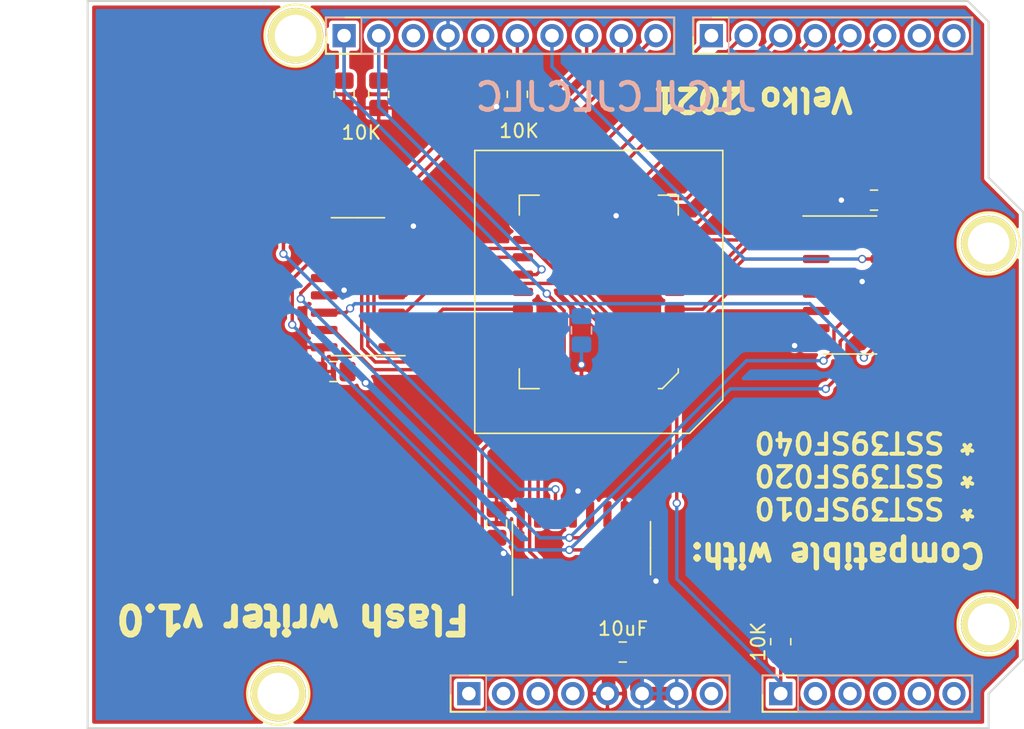
<source format=kicad_pcb>
(kicad_pcb (version 20171130) (host pcbnew "(5.1.9)-1")
  (title_block (date "lun. 30 mars 2015"))
  (layers (0 F.Cu signal) (31 B.Cu signal) (34 B.Paste user hide) (35 F.Paste user hide) (36 B.SilkS user) (37 F.SilkS user) (38 B.Mask user hide) (39 F.Mask user hide) (44 Edge.Cuts user))
  (net 0 "")
  (net 1 +5V)
  (net 2 GND)
  (net 3 D1)
  (net 4 D0)
  (net 5 LATCH)
  (net 6 MOSI)
  (net 7 MISO)
  (net 8 SCK)
  (net 9 ~OE~)
  (net 10 ~WE~)
  (net 11 D7)
  (net 12 D6)
  (net 13 D5)
  (net 14 D4)
  (net 15 D3)
  (net 16 D2)
  (net 17 A0)
  (net 18 "Net-(U1-Pad9)")
  (net 19 A7)
  (net 20 A6)
  (net 21 A5)
  (net 22 A4)
  (net 23 A3)
  (net 24 A2)
  (net 25 A1)
  (net 26 A8)
  (net 27 "Net-(U2-Pad9)")
  (net 28 A15)
  (net 29 A14)
  (net 30 A13)
  (net 31 A12)
  (net 32 A11)
  (net 33 A10)
  (net 34 A9)
  (net 35 A18)
  (net 36 A16)
  (net 37 A17)
  (net 38 ~CE~)
  (module Resistor_SMD:R_0805_2012Metric_Pad1.20x1.40mm_HandSolder (layer F.Cu) (at 161.798 120.015 270)
    (fp_text reference R4)
    (fp_text value 10K (at 0 1.65 90) (layer F.SilkS))
    (fp_line (start -0.227064 -0.735) (end 0.227064 -0.735) (layer F.SilkS) (width 0.12))
    (fp_line (start -0.227064 0.735) (end 0.227064 0.735) (layer F.SilkS) (width 0.12))
    (pad 2 smd roundrect (at 1 0 270) (size 1.2 1.4) (layers F.Cu F.Paste F.Mask) (roundrect_rratio 0.208333) (net 38 ~CE~))
    (pad 1 smd roundrect (at -1 0 270) (size 1.2 1.4) (layers F.Cu F.Paste F.Mask) (roundrect_rratio 0.208333) (net 1 +5V))
  )
  (module Package_SO:SOIC-16_3.9x9.9mm_P1.27mm (layer F.Cu) (at 147.193 113.157 90)
    (fp_text reference U4)
    (fp_text value 74HC595)
    (fp_line (start 0 -5.06) (end -3.45 -5.06) (layer F.SilkS) (width 0.12))
    (fp_line (start 0 -5.06) (end 1.95 -5.06) (layer F.SilkS) (width 0.12))
    (fp_line (start 0 5.06) (end -1.95 5.06) (layer F.SilkS) (width 0.12))
    (fp_line (start 0 5.06) (end 1.95 5.06) (layer F.SilkS) (width 0.12))
    (pad 16 smd roundrect (at 2.475 -4.445 90) (size 1.95 0.6) (layers F.Cu F.Paste F.Mask) (net 1 +5V))
    (pad 15 smd roundrect (at 2.475 -3.175 90) (size 1.95 0.6) (layers F.Cu F.Paste F.Mask) (net 36 A16))
    (pad 14 smd roundrect (at 2.475 -1.905 90) (size 1.95 0.6) (layers F.Cu F.Paste F.Mask) (net 27 "Net-(U2-Pad9)"))
    (pad 13 smd roundrect (at 2.475 -0.635 90) (size 1.95 0.6) (layers F.Cu F.Paste F.Mask) (net 2 GND))
    (pad 12 smd roundrect (at 2.475 0.635 90) (size 1.95 0.6) (layers F.Cu F.Paste F.Mask) (net 5 LATCH))
    (pad 11 smd roundrect (at 2.475 1.905 90) (size 1.95 0.6) (layers F.Cu F.Paste F.Mask) (net 8 SCK))
    (pad 10 smd roundrect (at 2.475 3.175 90) (size 1.95 0.6) (layers F.Cu F.Paste F.Mask) (net 1 +5V))
    (pad 9 smd roundrect (at 2.475 4.445 90) (size 1.95 0.6) (layers F.Cu F.Paste F.Mask))
    (pad 8 smd roundrect (at -2.475 4.445 90) (size 1.95 0.6) (layers F.Cu F.Paste F.Mask) (net 2 GND))
    (pad 7 smd roundrect (at -2.475 3.175 90) (size 1.95 0.6) (layers F.Cu F.Paste F.Mask))
    (pad 6 smd roundrect (at -2.475 1.905 90) (size 1.95 0.6) (layers F.Cu F.Paste F.Mask))
    (pad 5 smd roundrect (at -2.475 0.635 90) (size 1.95 0.6) (layers F.Cu F.Paste F.Mask))
    (pad 4 smd roundrect (at -2.475 -0.635 90) (size 1.95 0.6) (layers F.Cu F.Paste F.Mask))
    (pad 3 smd roundrect (at -2.475 -1.905 90) (size 1.95 0.6) (layers F.Cu F.Paste F.Mask))
    (pad 2 smd roundrect (at -2.475 -3.175 90) (size 1.95 0.6) (layers F.Cu F.Paste F.Mask) (net 35 A18))
    (pad 1 smd roundrect (at -2.475 -4.445 90) (size 1.95 0.6) (layers F.Cu F.Paste F.Mask) (net 37 A17))
  )
  (module Package_SO:SOIC-16_3.9x9.9mm_P1.27mm (layer F.Cu) (at 130.81 93.98 180)
    (fp_text reference U2)
    (fp_text value 74HC595)
    (fp_line (start 0 -5.06) (end -3.45 -5.06) (layer F.SilkS) (width 0.12))
    (fp_line (start 0 -5.06) (end 1.95 -5.06) (layer F.SilkS) (width 0.12))
    (fp_line (start 0 5.06) (end -1.95 5.06) (layer F.SilkS) (width 0.12))
    (fp_line (start 0 5.06) (end 1.95 5.06) (layer F.SilkS) (width 0.12))
    (pad 16 smd roundrect (at 2.475 -4.445 180) (size 1.95 0.6) (layers F.Cu F.Paste F.Mask) (net 1 +5V))
    (pad 15 smd roundrect (at 2.475 -3.175 180) (size 1.95 0.6) (layers F.Cu F.Paste F.Mask) (net 26 A8))
    (pad 14 smd roundrect (at 2.475 -1.905 180) (size 1.95 0.6) (layers F.Cu F.Paste F.Mask) (net 18 "Net-(U1-Pad9)"))
    (pad 13 smd roundrect (at 2.475 -0.635 180) (size 1.95 0.6) (layers F.Cu F.Paste F.Mask) (net 2 GND))
    (pad 12 smd roundrect (at 2.475 0.635 180) (size 1.95 0.6) (layers F.Cu F.Paste F.Mask) (net 5 LATCH))
    (pad 11 smd roundrect (at 2.475 1.905 180) (size 1.95 0.6) (layers F.Cu F.Paste F.Mask) (net 8 SCK))
    (pad 10 smd roundrect (at 2.475 3.175 180) (size 1.95 0.6) (layers F.Cu F.Paste F.Mask) (net 1 +5V))
    (pad 9 smd roundrect (at 2.475 4.445 180) (size 1.95 0.6) (layers F.Cu F.Paste F.Mask) (net 27 "Net-(U2-Pad9)"))
    (pad 8 smd roundrect (at -2.475 4.445 180) (size 1.95 0.6) (layers F.Cu F.Paste F.Mask) (net 2 GND))
    (pad 7 smd roundrect (at -2.475 3.175 180) (size 1.95 0.6) (layers F.Cu F.Paste F.Mask) (net 28 A15))
    (pad 6 smd roundrect (at -2.475 1.905 180) (size 1.95 0.6) (layers F.Cu F.Paste F.Mask) (net 29 A14))
    (pad 5 smd roundrect (at -2.475 0.635 180) (size 1.95 0.6) (layers F.Cu F.Paste F.Mask) (net 30 A13))
    (pad 4 smd roundrect (at -2.475 -0.635 180) (size 1.95 0.6) (layers F.Cu F.Paste F.Mask) (net 31 A12))
    (pad 3 smd roundrect (at -2.475 -1.905 180) (size 1.95 0.6) (layers F.Cu F.Paste F.Mask) (net 32 A11))
    (pad 2 smd roundrect (at -2.475 -3.175 180) (size 1.95 0.6) (layers F.Cu F.Paste F.Mask) (net 33 A10))
    (pad 1 smd roundrect (at -2.475 -4.445 180) (size 1.95 0.6) (layers F.Cu F.Paste F.Mask) (net 34 A9))
  )
  (module Package_SO:SOIC-16_3.9x9.9mm_P1.27mm (layer F.Cu) (at 166.878 93.853)
    (fp_text reference U1)
    (fp_text value 74HC595)
    (fp_line (start 0 -5.06) (end -3.45 -5.06) (layer F.SilkS) (width 0.12))
    (fp_line (start 0 -5.06) (end 1.95 -5.06) (layer F.SilkS) (width 0.12))
    (fp_line (start 0 5.06) (end -1.95 5.06) (layer F.SilkS) (width 0.12))
    (fp_line (start 0 5.06) (end 1.95 5.06) (layer F.SilkS) (width 0.12))
    (pad 16 smd roundrect (at 2.475 -4.445) (size 1.95 0.6) (layers F.Cu F.Paste F.Mask) (net 1 +5V))
    (pad 15 smd roundrect (at 2.475 -3.175) (size 1.95 0.6) (layers F.Cu F.Paste F.Mask) (net 17 A0))
    (pad 14 smd roundrect (at 2.475 -1.905) (size 1.95 0.6) (layers F.Cu F.Paste F.Mask) (net 6 MOSI))
    (pad 13 smd roundrect (at 2.475 -0.635) (size 1.95 0.6) (layers F.Cu F.Paste F.Mask) (net 2 GND))
    (pad 12 smd roundrect (at 2.475 0.635) (size 1.95 0.6) (layers F.Cu F.Paste F.Mask) (net 5 LATCH))
    (pad 11 smd roundrect (at 2.475 1.905) (size 1.95 0.6) (layers F.Cu F.Paste F.Mask) (net 8 SCK))
    (pad 10 smd roundrect (at 2.475 3.175) (size 1.95 0.6) (layers F.Cu F.Paste F.Mask) (net 1 +5V))
    (pad 9 smd roundrect (at 2.475 4.445) (size 1.95 0.6) (layers F.Cu F.Paste F.Mask) (net 18 "Net-(U1-Pad9)"))
    (pad 8 smd roundrect (at -2.475 4.445) (size 1.95 0.6) (layers F.Cu F.Paste F.Mask) (net 2 GND))
    (pad 7 smd roundrect (at -2.475 3.175) (size 1.95 0.6) (layers F.Cu F.Paste F.Mask) (net 19 A7))
    (pad 6 smd roundrect (at -2.475 1.905) (size 1.95 0.6) (layers F.Cu F.Paste F.Mask) (net 20 A6))
    (pad 5 smd roundrect (at -2.475 0.635) (size 1.95 0.6) (layers F.Cu F.Paste F.Mask) (net 21 A5))
    (pad 4 smd roundrect (at -2.475 -0.635) (size 1.95 0.6) (layers F.Cu F.Paste F.Mask) (net 22 A4))
    (pad 3 smd roundrect (at -2.475 -1.905) (size 1.95 0.6) (layers F.Cu F.Paste F.Mask) (net 23 A3))
    (pad 2 smd roundrect (at -2.475 -3.175) (size 1.95 0.6) (layers F.Cu F.Paste F.Mask) (net 24 A2))
    (pad 1 smd roundrect (at -2.475 -4.445) (size 1.95 0.6) (layers F.Cu F.Paste F.Mask) (net 25 A1))
  )
  (module Custom:PLCC-32_SMD-Socket (layer F.Cu) (at 148.463 94.361 180)
    (fp_text reference U3)
    (fp_text value SST39SF040)
    (fp_line (start -6.66 -10.375) (end -9.09 -7.944) (layer F.SilkS) (width 0.12))
    (fp_line (start -9.09 -7.944) (end -9.09 10.375) (layer F.SilkS) (width 0.12))
    (fp_line (start -9.09 10.375) (end 9.09 10.375) (layer F.SilkS) (width 0.12))
    (fp_line (start 9.09 -10.375) (end 9.09 10.374) (layer F.SilkS) (width 0.12))
    (fp_line (start -5.825 -5.922782) (end -5.825 -5.64) (layer F.SilkS) (width 0.12))
    (fp_line (start -4.652782 -7.095) (end -5.825 -5.922782) (layer F.SilkS) (width 0.12))
    (fp_line (start -4.37 -7.095) (end -4.652782 -7.095) (layer F.SilkS) (width 0.12))
    (fp_line (start 5.825 7.095) (end 5.825 5.64) (layer F.SilkS) (width 0.12))
    (fp_line (start 4.37 7.095) (end 5.825 7.095) (layer F.SilkS) (width 0.12))
    (fp_line (start -5.825 7.095) (end -5.825 5.64) (layer F.SilkS) (width 0.12))
    (fp_line (start -4.37 7.095) (end -5.825 7.095) (layer F.SilkS) (width 0.12))
    (fp_line (start 5.825 -7.095) (end 5.825 -5.64) (layer F.SilkS) (width 0.12))
    (fp_line (start 4.37 -7.095) (end 5.825 -7.095) (layer F.SilkS) (width 0.12))
    (fp_line (start -6.66 -10.375) (end 9.09 -10.375) (layer F.SilkS) (width 0.12))
    (pad 1 smd roundrect (at 0 -6.8375 180) (size 0.6 1.475) (layers F.Cu F.Paste F.Mask) (net 35 A18))
    (pad 2 smd roundrect (at -1.27 -6.8375 180) (size 0.6 1.475) (layers F.Cu F.Paste F.Mask) (net 36 A16))
    (pad 3 smd roundrect (at -2.54 -6.8375 180) (size 0.6 1.475) (layers F.Cu F.Paste F.Mask) (net 28 A15))
    (pad 4 smd roundrect (at -3.81 -6.8375 180) (size 0.6 1.475) (layers F.Cu F.Paste F.Mask) (net 31 A12))
    (pad 5 smd roundrect (at -5.5625 -5.08 180) (size 1.475 0.6) (layers F.Cu F.Paste F.Mask) (net 19 A7))
    (pad 6 smd roundrect (at -5.5625 -3.81 180) (size 1.475 0.6) (layers F.Cu F.Paste F.Mask) (net 20 A6))
    (pad 7 smd roundrect (at -5.5625 -2.54 180) (size 1.475 0.6) (layers F.Cu F.Paste F.Mask) (net 21 A5))
    (pad 8 smd roundrect (at -5.5625 -1.27 180) (size 1.475 0.6) (layers F.Cu F.Paste F.Mask) (net 22 A4))
    (pad 9 smd roundrect (at -5.5625 0 180) (size 1.475 0.6) (layers F.Cu F.Paste F.Mask) (net 23 A3))
    (pad 10 smd roundrect (at -5.5625 1.27 180) (size 1.475 0.6) (layers F.Cu F.Paste F.Mask) (net 24 A2))
    (pad 11 smd roundrect (at -5.5625 2.54 180) (size 1.475 0.6) (layers F.Cu F.Paste F.Mask) (net 25 A1))
    (pad 12 smd roundrect (at -5.5625 3.81 180) (size 1.475 0.6) (layers F.Cu F.Paste F.Mask) (net 17 A0))
    (pad 13 smd roundrect (at -5.5625 5.08 180) (size 1.475 0.6) (layers F.Cu F.Paste F.Mask) (net 4 D0))
    (pad 14 smd roundrect (at -3.81 6.8375 180) (size 0.6 1.475) (layers F.Cu F.Paste F.Mask) (net 3 D1))
    (pad 15 smd roundrect (at -2.54 6.8375 180) (size 0.6 1.475) (layers F.Cu F.Paste F.Mask) (net 16 D2))
    (pad 16 smd roundrect (at -1.27 6.8375 180) (size 0.6 1.475) (layers F.Cu F.Paste F.Mask) (net 2 GND))
    (pad 17 smd roundrect (at 0 6.8375 180) (size 0.6 1.475) (layers F.Cu F.Paste F.Mask) (net 15 D3))
    (pad 18 smd roundrect (at 1.27 6.8375 180) (size 0.6 1.475) (layers F.Cu F.Paste F.Mask) (net 14 D4))
    (pad 19 smd roundrect (at 2.54 6.8375 180) (size 0.6 1.475) (layers F.Cu F.Paste F.Mask) (net 13 D5))
    (pad 20 smd roundrect (at 3.81 6.8375 180) (size 0.6 1.475) (layers F.Cu F.Paste F.Mask) (net 12 D6))
    (pad 21 smd roundrect (at 5.5625 5.08 180) (size 1.475 0.6) (layers F.Cu F.Paste F.Mask) (net 11 D7))
    (pad 22 smd roundrect (at 5.5625 3.81 180) (size 1.475 0.6) (layers F.Cu F.Paste F.Mask) (net 38 ~CE~))
    (pad 23 smd roundrect (at 5.5625 2.54 180) (size 1.475 0.6) (layers F.Cu F.Paste F.Mask) (net 33 A10))
    (pad 24 smd roundrect (at 5.5625 1.27 180) (size 1.475 0.6) (layers F.Cu F.Paste F.Mask) (net 9 ~OE~))
    (pad 25 smd roundrect (at 5.5625 0 180) (size 1.475 0.6) (layers F.Cu F.Paste F.Mask) (net 32 A11))
    (pad 26 smd roundrect (at 5.5625 -1.27 180) (size 1.475 0.6) (layers F.Cu F.Paste F.Mask) (net 34 A9))
    (pad 27 smd roundrect (at 5.5625 -2.54 180) (size 1.475 0.6) (layers F.Cu F.Paste F.Mask) (net 26 A8))
    (pad 28 smd roundrect (at 5.5625 -3.81 180) (size 1.475 0.6) (layers F.Cu F.Paste F.Mask) (net 30 A13))
    (pad 29 smd roundrect (at 5.5625 -5.08 180) (size 1.475 0.6) (layers F.Cu F.Paste F.Mask) (net 29 A14))
    (pad 30 smd roundrect (at 3.81 -6.8375 180) (size 0.6 1.475) (layers F.Cu F.Paste F.Mask) (net 37 A17))
    (pad 31 smd roundrect (at 2.54 -6.8375 180) (size 0.6 1.475) (layers F.Cu F.Paste F.Mask) (net 10 ~WE~))
    (pad 32 smd roundrect (at 1.27 -6.8375 180) (size 0.6 1.475) (layers F.Cu F.Paste F.Mask) (net 1 +5V))
  )
  (module Resistor_SMD:R_0805_2012Metric_Pad1.20x1.40mm_HandSolder (layer F.Cu) (at 142.494 79.867 270)
    (fp_text reference R3)
    (fp_text value 10K (at 2.683 -0.127 180) (layer F.SilkS))
    (fp_line (start -0.227064 0.735) (end 0.227064 0.735) (layer F.SilkS) (width 0.12))
    (fp_line (start -0.227064 -0.735) (end 0.227064 -0.735) (layer F.SilkS) (width 0.12))
    (pad 2 smd roundrect (at 1 0 270) (size 1.2 1.4) (layers F.Cu F.Paste F.Mask) (roundrect_rratio 0.208333) (net 2 GND))
    (pad 1 smd roundrect (at -1 0 270) (size 1.2 1.4) (layers F.Cu F.Paste F.Mask) (roundrect_rratio 0.208333) (net 7 MISO))
  )
  (module Resistor_SMD:R_0805_2012Metric_Pad1.20x1.40mm_HandSolder (layer F.Cu) (at 129.794 79.867 90)
    (fp_text reference R2)
    (fp_text value 10K)
    (fp_line (start -0.227064 0.735) (end 0.227064 0.735) (layer F.SilkS) (width 0.12))
    (fp_line (start -0.227064 -0.735) (end 0.227064 -0.735) (layer F.SilkS) (width 0.12))
    (pad 2 smd roundrect (at 1 0 90) (size 1.2 1.4) (layers F.Cu F.Paste F.Mask) (roundrect_rratio 0.208333) (net 10 ~WE~))
    (pad 1 smd roundrect (at -1 0 90) (size 1.2 1.4) (layers F.Cu F.Paste F.Mask) (roundrect_rratio 0.208333) (net 1 +5V))
  )
  (module Resistor_SMD:R_0805_2012Metric_Pad1.20x1.40mm_HandSolder (layer F.Cu) (at 132.334 79.867 90)
    (fp_text reference R1)
    (fp_text value 10K (at -2.81 -1.27) (layer F.SilkS))
    (fp_line (start -0.227064 0.735) (end 0.227064 0.735) (layer F.SilkS) (width 0.12))
    (fp_line (start -0.227064 -0.735) (end 0.227064 -0.735) (layer F.SilkS) (width 0.12))
    (pad 2 smd roundrect (at 1 0 90) (size 1.2 1.4) (layers F.Cu F.Paste F.Mask) (roundrect_rratio 0.208333) (net 9 ~OE~))
    (pad 1 smd roundrect (at -1 0 90) (size 1.2 1.4) (layers F.Cu F.Paste F.Mask) (roundrect_rratio 0.208333) (net 1 +5V))
  )
  (module Capacitor_SMD:C_0805_2012Metric_Pad1.18x1.45mm_HandSolder (layer F.Cu) (at 150.2195 120.777)
    (fp_text reference C5)
    (fp_text value 10uF (at 0.0215 -1.7145) (layer F.SilkS))
    (fp_line (start -0.261252 0.735) (end 0.261252 0.735) (layer F.SilkS) (width 0.12))
    (fp_line (start -0.261252 -0.735) (end 0.261252 -0.735) (layer F.SilkS) (width 0.12))
    (pad 2 smd roundrect (at 1.0375 0) (size 1.175 1.45) (layers F.Cu F.Paste F.Mask) (roundrect_rratio 0.212766) (net 2 GND))
    (pad 1 smd roundrect (at -1.0375 0) (size 1.175 1.45) (layers F.Cu F.Paste F.Mask) (roundrect_rratio 0.212766) (net 1 +5V))
  )
  (module Capacitor_SMD:C_0805_2012Metric_Pad1.18x1.45mm_HandSolder (layer B.Cu) (at 147.193 97.1765 90)
    (fp_text reference C4)
    (fp_text value 100nF)
    (fp_line (start -0.261252 -0.735) (end 0.261252 -0.735) (layer B.SilkS) (width 0.12))
    (fp_line (start -0.261252 0.735) (end 0.261252 0.735) (layer B.SilkS) (width 0.12))
    (pad 2 smd roundrect (at 1.0375 0 90) (size 1.175 1.45) (layers B.Cu B.Paste B.Mask) (roundrect_rratio 0.212766) (net 2 GND))
    (pad 1 smd roundrect (at -1.0375 0 90) (size 1.175 1.45) (layers B.Cu B.Paste B.Mask) (roundrect_rratio 0.212766) (net 1 +5V))
  )
  (module Capacitor_SMD:C_0805_2012Metric_Pad1.18x1.45mm_HandSolder (layer F.Cu) (at 129.0105 100.203)
    (fp_text reference C3)
    (fp_text value 100nF)
    (fp_line (start -0.261252 0.735) (end 0.261252 0.735) (layer F.SilkS) (width 0.12))
    (fp_line (start -0.261252 -0.735) (end 0.261252 -0.735) (layer F.SilkS) (width 0.12))
    (pad 2 smd roundrect (at 1.0375 0) (size 1.175 1.45) (layers F.Cu F.Paste F.Mask) (roundrect_rratio 0.212766) (net 2 GND))
    (pad 1 smd roundrect (at -1.0375 0) (size 1.175 1.45) (layers F.Cu F.Paste F.Mask) (roundrect_rratio 0.212766) (net 1 +5V))
  )
  (module Capacitor_SMD:C_0805_2012Metric_Pad1.18x1.45mm_HandSolder (layer F.Cu) (at 140.97 111.3575 270)
    (fp_text reference C2)
    (fp_text value 100nF)
    (fp_line (start -0.261252 0.735) (end 0.261252 0.735) (layer F.SilkS) (width 0.12))
    (fp_line (start -0.261252 -0.735) (end 0.261252 -0.735) (layer F.SilkS) (width 0.12))
    (pad 2 smd roundrect (at 1.0375 0 270) (size 1.175 1.45) (layers F.Cu F.Paste F.Mask) (roundrect_rratio 0.212766) (net 2 GND))
    (pad 1 smd roundrect (at -1.0375 0 270) (size 1.175 1.45) (layers F.Cu F.Paste F.Mask) (roundrect_rratio 0.212766) (net 1 +5V))
  )
  (module Capacitor_SMD:C_0805_2012Metric_Pad1.18x1.45mm_HandSolder (layer F.Cu) (at 168.6345 87.63 180)
    (fp_text reference C1)
    (fp_text value 100nF)
    (fp_line (start -0.261252 0.735) (end 0.261252 0.735) (layer F.SilkS) (width 0.12))
    (fp_line (start -0.261252 -0.735) (end 0.261252 -0.735) (layer F.SilkS) (width 0.12))
    (pad 2 smd roundrect (at 1.0375 0 180) (size 1.175 1.45) (layers F.Cu F.Paste F.Mask) (roundrect_rratio 0.212766) (net 2 GND))
    (pad 1 smd roundrect (at -1.0375 0 180) (size 1.175 1.45) (layers F.Cu F.Paste F.Mask) (roundrect_rratio 0.212766) (net 1 +5V))
  )
  (module Connector_PinHeader_2.54mm:PinHeader_1x08_P2.54mm_Vertical (layer B.Cu) (at 156.718 75.565 270)
    (fp_text reference P4)
    (fp_text value Digital)
    (fp_line (start -1.33 1.33) (end 0 1.33) (layer B.SilkS) (width 0.12))
    (fp_line (start -1.33 0) (end -1.33 1.33) (layer B.SilkS) (width 0.12))
    (fp_line (start -1.33 -1.27) (end 1.33 -1.27) (layer B.SilkS) (width 0.12))
    (fp_line (start 1.33 -1.27) (end 1.33 -19.11) (layer B.SilkS) (width 0.12))
    (fp_line (start -1.33 -1.27) (end -1.33 -19.11) (layer B.SilkS) (width 0.12))
    (fp_line (start -1.33 -19.11) (end 1.33 -19.11) (layer B.SilkS) (width 0.12))
    (pad 8 thru_hole oval (at 0 -17.78 270) (size 1.7 1.7) (drill 1) (layers *.Cu *.Mask))
    (pad 7 thru_hole oval (at 0 -15.24 270) (size 1.7 1.7) (drill 1) (layers *.Cu *.Mask))
    (pad 6 thru_hole oval (at 0 -12.7 270) (size 1.7 1.7) (drill 1) (layers *.Cu *.Mask) (net 4 D0))
    (pad 5 thru_hole oval (at 0 -10.16 270) (size 1.7 1.7) (drill 1) (layers *.Cu *.Mask) (net 3 D1))
    (pad 4 thru_hole oval (at 0 -7.62 270) (size 1.7 1.7) (drill 1) (layers *.Cu *.Mask) (net 16 D2))
    (pad 3 thru_hole oval (at 0 -5.08 270) (size 1.7 1.7) (drill 1) (layers *.Cu *.Mask) (net 15 D3))
    (pad 2 thru_hole oval (at 0 -2.54 270) (size 1.7 1.7) (drill 1) (layers *.Cu *.Mask) (net 14 D4))
    (pad 1 thru_hole rect (at 0 0 270) (size 1.7 1.7) (drill 1) (layers *.Cu *.Mask) (net 13 D5))
  )
  (module Connector_PinHeader_2.54mm:PinHeader_1x10_P2.54mm_Vertical (layer B.Cu) (at 129.794 75.565 270)
    (fp_text reference P3)
    (fp_text value Digital)
    (fp_line (start -1.33 1.33) (end 0 1.33) (layer B.SilkS) (width 0.12))
    (fp_line (start -1.33 0) (end -1.33 1.33) (layer B.SilkS) (width 0.12))
    (fp_line (start -1.33 -1.27) (end 1.33 -1.27) (layer B.SilkS) (width 0.12))
    (fp_line (start 1.33 -1.27) (end 1.33 -24.19) (layer B.SilkS) (width 0.12))
    (fp_line (start -1.33 -1.27) (end -1.33 -24.19) (layer B.SilkS) (width 0.12))
    (fp_line (start -1.33 -24.19) (end 1.33 -24.19) (layer B.SilkS) (width 0.12))
    (pad 10 thru_hole oval (at 0 -22.86 270) (size 1.7 1.7) (drill 1) (layers *.Cu *.Mask) (net 12 D6))
    (pad 9 thru_hole oval (at 0 -20.32 270) (size 1.7 1.7) (drill 1) (layers *.Cu *.Mask) (net 11 D7))
    (pad 8 thru_hole oval (at 0 -17.78 270) (size 1.7 1.7) (drill 1) (layers *.Cu *.Mask) (net 5 LATCH))
    (pad 7 thru_hole oval (at 0 -15.24 270) (size 1.7 1.7) (drill 1) (layers *.Cu *.Mask) (net 6 MOSI))
    (pad 6 thru_hole oval (at 0 -12.7 270) (size 1.7 1.7) (drill 1) (layers *.Cu *.Mask) (net 7 MISO))
    (pad 5 thru_hole oval (at 0 -10.16 270) (size 1.7 1.7) (drill 1) (layers *.Cu *.Mask) (net 8 SCK))
    (pad 4 thru_hole oval (at 0 -7.62 270) (size 1.7 1.7) (drill 1) (layers *.Cu *.Mask) (net 2 GND))
    (pad 3 thru_hole oval (at 0 -5.08 270) (size 1.7 1.7) (drill 1) (layers *.Cu *.Mask))
    (pad 2 thru_hole oval (at 0 -2.54 270) (size 1.7 1.7) (drill 1) (layers *.Cu *.Mask) (net 9 ~OE~))
    (pad 1 thru_hole rect (at 0 0 270) (size 1.7 1.7) (drill 1) (layers *.Cu *.Mask) (net 10 ~WE~))
  )
  (module Connector_PinHeader_2.54mm:PinHeader_1x06_P2.54mm_Vertical (layer B.Cu) (at 161.798 123.825 270)
    (fp_text reference P2)
    (fp_text value Analog)
    (fp_line (start -1.33 1.33) (end 0 1.33) (layer B.SilkS) (width 0.12))
    (fp_line (start -1.33 0) (end -1.33 1.33) (layer B.SilkS) (width 0.12))
    (fp_line (start -1.33 -1.27) (end 1.33 -1.27) (layer B.SilkS) (width 0.12))
    (fp_line (start 1.33 -1.27) (end 1.33 -14.03) (layer B.SilkS) (width 0.12))
    (fp_line (start -1.33 -1.27) (end -1.33 -14.03) (layer B.SilkS) (width 0.12))
    (fp_line (start -1.33 -14.03) (end 1.33 -14.03) (layer B.SilkS) (width 0.12))
    (pad 6 thru_hole oval (at 0 -12.7 270) (size 1.7 1.7) (drill 1) (layers *.Cu *.Mask))
    (pad 5 thru_hole oval (at 0 -10.16 270) (size 1.7 1.7) (drill 1) (layers *.Cu *.Mask))
    (pad 4 thru_hole oval (at 0 -7.62 270) (size 1.7 1.7) (drill 1) (layers *.Cu *.Mask))
    (pad 3 thru_hole oval (at 0 -5.08 270) (size 1.7 1.7) (drill 1) (layers *.Cu *.Mask))
    (pad 2 thru_hole oval (at 0 -2.54 270) (size 1.7 1.7) (drill 1) (layers *.Cu *.Mask))
    (pad 1 thru_hole rect (at 0 0 270) (size 1.7 1.7) (drill 1) (layers *.Cu *.Mask) (net 38 ~CE~))
  )
  (module Connector_PinHeader_2.54mm:PinHeader_1x08_P2.54mm_Vertical (layer B.Cu) (at 138.938 123.825 270)
    (fp_text reference P1)
    (fp_text value Power)
    (fp_line (start -1.33 1.33) (end 0 1.33) (layer B.SilkS) (width 0.12))
    (fp_line (start -1.33 0) (end -1.33 1.33) (layer B.SilkS) (width 0.12))
    (fp_line (start -1.33 -1.27) (end 1.33 -1.27) (layer B.SilkS) (width 0.12))
    (fp_line (start 1.33 -1.27) (end 1.33 -19.11) (layer B.SilkS) (width 0.12))
    (fp_line (start -1.33 -1.27) (end -1.33 -19.11) (layer B.SilkS) (width 0.12))
    (fp_line (start -1.33 -19.11) (end 1.33 -19.11) (layer B.SilkS) (width 0.12))
    (pad 8 thru_hole oval (at 0 -17.78 270) (size 1.7 1.7) (drill 1) (layers *.Cu *.Mask))
    (pad 7 thru_hole oval (at 0 -15.24 270) (size 1.7 1.7) (drill 1) (layers *.Cu *.Mask) (net 2 GND))
    (pad 6 thru_hole oval (at 0 -12.7 270) (size 1.7 1.7) (drill 1) (layers *.Cu *.Mask) (net 2 GND))
    (pad 5 thru_hole oval (at 0 -10.16 270) (size 1.7 1.7) (drill 1) (layers *.Cu *.Mask) (net 1 +5V))
    (pad 4 thru_hole oval (at 0 -7.62 270) (size 1.7 1.7) (drill 1) (layers *.Cu *.Mask))
    (pad 3 thru_hole oval (at 0 -5.08 270) (size 1.7 1.7) (drill 1) (layers *.Cu *.Mask))
    (pad 2 thru_hole oval (at 0 -2.54 270) (size 1.7 1.7) (drill 1) (layers *.Cu *.Mask))
    (pad 1 thru_hole rect (at 0 0 270) (size 1.7 1.7) (drill 1) (layers *.Cu *.Mask))
  )
  (module Socket_Arduino_Uno:Arduino_1pin (layer F.Cu) (at 124.968 123.825)
    (fp_text reference P5 hide)
    (fp_text value CONN_01X01 hide)
    (fp_circle (center 0 0) (end 0 -2.286) (layer F.SilkS) (width 0.15))
    (pad 1 thru_hole circle (at 0 0) (size 4.064 4.064) (drill 3.048) (layers *.Cu *.Mask F.SilkS))
  )
  (module Socket_Arduino_Uno:Arduino_1pin (layer F.Cu) (at 177.038 118.745)
    (fp_text reference P6 hide)
    (fp_text value CONN_01X01 hide)
    (fp_circle (center 0 0) (end 0 -2.286) (layer F.SilkS) (width 0.15))
    (pad 1 thru_hole circle (at 0 0) (size 4.064 4.064) (drill 3.048) (layers *.Cu *.Mask F.SilkS))
  )
  (module Socket_Arduino_Uno:Arduino_1pin (layer F.Cu) (at 126.238 75.565)
    (fp_text reference P7 hide)
    (fp_text value CONN_01X01 hide)
    (fp_circle (center 0 0) (end 0 -2.286) (layer F.SilkS) (width 0.15))
    (pad 1 thru_hole circle (at 0 0) (size 4.064 4.064) (drill 3.048) (layers *.Cu *.Mask F.SilkS))
  )
  (module Socket_Arduino_Uno:Arduino_1pin (layer F.Cu) (at 177.038 90.805)
    (fp_text reference P8 hide)
    (fp_text value CONN_01X01 hide)
    (fp_circle (center 0 0) (end 0 -2.286) (layer F.SilkS) (width 0.15))
    (pad 1 thru_hole circle (at 0 0) (size 4.064 4.064) (drill 3.048) (layers *.Cu *.Mask F.SilkS))
  )
  (gr_text JLCJLCJLCJLC (at 149.733 80.0735) (layer B.SilkS) (effects (font (size 2 2) (thickness 0.35)) (justify mirror)))
  (gr_text "* SST39SF010\n* SST39SF020\n* SST39SF040\n" (at 167.979476 107.823 180) (layer F.SilkS) (effects (font (size 1.5 1.5) (thickness 0.3))))
  (gr_text "Compatible with:" (at 165.989 113.665 180) (layer F.SilkS) (effects (font (size 1.7 1.7) (thickness 0.4))))
  (gr_text "Velko 2021" (at 159.766 80.264 180) (layer F.SilkS) (effects (font (size 1.7 1.7) (thickness 0.4))))
  (gr_text "Flash writer v1.0" (at 126.0475 118.364 180) (layer F.SilkS) (effects (font (size 2 2) (thickness 0.5))))
  (gr_line (start 175.8315 122.4915) (end 160.4645 122.4915) (layer F.SilkS) (width 0.15))
  (gr_line (start 175.8315 125.1585) (end 175.8315 122.4915) (layer F.SilkS) (width 0.15))
  (gr_line (start 160.4645 125.1585) (end 175.8315 125.1585) (layer F.SilkS) (width 0.15))
  (gr_line (start 160.4645 122.4915) (end 160.4645 125.1585) (layer F.SilkS) (width 0.15))
  (gr_line (start 158.0515 122.4915) (end 137.6045 122.4915) (layer F.SilkS) (width 0.15))
  (gr_line (start 158.0515 125.1585) (end 158.0515 122.4915) (layer F.SilkS) (width 0.15))
  (gr_line (start 137.6045 125.1585) (end 158.0515 125.1585) (layer F.SilkS) (width 0.15))
  (gr_line (start 137.6045 122.4915) (end 137.6045 125.1585) (layer F.SilkS) (width 0.15))
  (gr_line (start 155.3845 74.2315) (end 175.8315 74.2315) (layer F.SilkS) (width 0.15))
  (gr_line (start 175.8315 76.8985) (end 175.8315 74.2315) (layer F.SilkS) (width 0.15))
  (gr_line (start 155.3845 76.8985) (end 175.8315 76.8985) (layer F.SilkS) (width 0.15))
  (gr_line (start 155.3845 74.2315) (end 155.3845 76.8985) (layer F.SilkS) (width 0.15))
  (gr_line (start 128.4605 76.8985) (end 128.4605 74.2315) (layer F.SilkS) (width 0.15))
  (gr_line (start 153.9875 76.8985) (end 128.4605 76.8985) (layer F.SilkS) (width 0.15))
  (gr_line (start 153.9875 74.2315) (end 153.9875 76.8985) (layer F.SilkS) (width 0.15))
  (gr_line (start 128.4605 74.2315) (end 153.9875 74.2315) (layer F.SilkS) (width 0.15))
  (gr_line (start 177.038 74.549) (end 175.514 73.025) (angle 90) (layer Edge.Cuts) (width 0.15))
  (gr_line (start 177.038 85.979) (end 177.038 74.549) (angle 90) (layer Edge.Cuts) (width 0.15))
  (gr_line (start 179.578 88.519) (end 177.038 85.979) (angle 90) (layer Edge.Cuts) (width 0.15))
  (gr_line (start 179.578 121.285) (end 179.578 88.519) (angle 90) (layer Edge.Cuts) (width 0.15))
  (gr_line (start 177.038 123.825) (end 179.578 121.285) (angle 90) (layer Edge.Cuts) (width 0.15))
  (gr_line (start 177.038 126.365) (end 177.038 123.825) (angle 90) (layer Edge.Cuts) (width 0.15))
  (gr_line (start 110.998 126.365) (end 177.038 126.365) (angle 90) (layer Edge.Cuts) (width 0.15))
  (gr_line (start 110.998 73.025) (end 110.998 126.365) (angle 90) (layer Edge.Cuts) (width 0.15))
  (gr_line (start 175.514 73.025) (end 110.998 73.025) (angle 90) (layer Edge.Cuts) (width 0.15))
  (segment (start 140.19801 96.27599) (end 144.15499 96.27599) (width 0.25) (layer F.Cu) (net 1))
  (segment (start 139.827 96.647) (end 140.19801 96.27599) (width 0.25) (layer F.Cu) (net 1))
  (segment (start 144.15499 96.27599) (end 145.034 97.155) (width 0.25) (layer F.Cu) (net 1))
  (segment (start 145.034 99.353179) (end 142.406179 101.981) (width 0.25) (layer F.Cu) (net 1))
  (segment (start 145.034 97.155) (end 145.034 99.353179) (width 0.25) (layer F.Cu) (net 1))
  (segment (start 157.08901 89.92599) (end 149.21501 89.92599) (width 0.25) (layer F.Cu) (net 1))
  (segment (start 157.861 89.154) (end 157.08901 89.92599) (width 0.25) (layer F.Cu) (net 1))
  (segment (start 149.21501 89.92599) (end 148.59 90.551) (width 0.25) (layer F.Cu) (net 1))
  (segment (start 169.453 87.849) (end 169.672 87.63) (width 0.25) (layer F.Cu) (net 1))
  (segment (start 169.453 89.408) (end 169.453 87.849) (width 0.25) (layer F.Cu) (net 1))
  (segment (start 128.235 99.941) (end 127.973 100.203) (width 0.25) (layer F.Cu) (net 1))
  (segment (start 128.235 98.425) (end 128.235 99.941) (width 0.25) (layer F.Cu) (net 1))
  (segment (start 142.486 110.32) (end 142.748 110.582) (width 0.25) (layer F.Cu) (net 1))
  (segment (start 140.97 110.32) (end 142.486 110.32) (width 0.25) (layer F.Cu) (net 1))
  (via (at 147.193 99.695) (size 0.6) (drill 0.4) (layers F.Cu B.Cu) (net 1))
  (segment (start 147.193 101.1985) (end 147.193 99.695) (width 0.25) (layer F.Cu) (net 1))
  (segment (start 147.193 99.695) (end 147.193 98.214) (width 0.25) (layer B.Cu) (net 1))
  (segment (start 149.182 123.741) (end 149.098 123.825) (width 0.25) (layer F.Cu) (net 1))
  (segment (start 149.182 120.777) (end 149.182 123.741) (width 1) (layer F.Cu) (net 1))
  (segment (start 142.748 106.381) (end 142.748 110.682) (width 0.25) (layer F.Cu) (net 1))
  (segment (start 147.193 101.936) (end 142.748 106.381) (width 0.25) (layer F.Cu) (net 1))
  (segment (start 147.193 101.1985) (end 147.193 101.936) (width 0.25) (layer F.Cu) (net 1))
  (segment (start 142.748 113.985232) (end 143.383 114.620232) (width 0.25) (layer F.Cu) (net 1))
  (segment (start 142.748 110.682) (end 142.748 113.985232) (width 0.25) (layer F.Cu) (net 1))
  (segment (start 143.383 114.620232) (end 143.383 117.475) (width 0.25) (layer F.Cu) (net 1))
  (via (at 134.874 89.535) (size 0.6) (drill 0.4) (layers F.Cu B.Cu) (net 2))
  (segment (start 133.285 89.535) (end 134.874 89.535) (width 0.25) (layer F.Cu) (net 2))
  (via (at 129.794 94.234) (size 0.6) (drill 0.4) (layers F.Cu B.Cu) (net 2))
  (segment (start 129.413 94.615) (end 129.794 94.234) (width 0.25) (layer F.Cu) (net 2))
  (segment (start 128.335 94.615) (end 129.413 94.615) (width 0.25) (layer F.Cu) (net 2))
  (via (at 140.97 80.772) (size 0.6) (drill 0.4) (layers F.Cu B.Cu) (net 2))
  (segment (start 141.065 80.867) (end 140.97 80.772) (width 0.25) (layer F.Cu) (net 2))
  (segment (start 142.494 80.867) (end 141.065 80.867) (width 0.25) (layer F.Cu) (net 2))
  (via (at 149.733 88.773) (size 0.6) (drill 0.4) (layers F.Cu B.Cu) (net 2))
  (segment (start 149.733 87.5235) (end 149.733 88.773) (width 0.25) (layer F.Cu) (net 2))
  (via (at 166.243 87.63) (size 0.6) (drill 0.4) (layers F.Cu B.Cu) (net 2))
  (segment (start 167.597 87.63) (end 166.243 87.63) (width 0.25) (layer F.Cu) (net 2))
  (via (at 162.814 98.298) (size 0.6) (drill 0.4) (layers F.Cu B.Cu) (net 2))
  (segment (start 164.403 98.298) (end 162.814 98.298) (width 0.25) (layer F.Cu) (net 2))
  (segment (start 168.148 93.218) (end 167.767 93.599) (width 0.25) (layer F.Cu) (net 2))
  (via (at 167.767 93.599) (size 0.6) (drill 0.4) (layers F.Cu B.Cu) (net 2))
  (segment (start 169.353 93.218) (end 168.148 93.218) (width 0.25) (layer F.Cu) (net 2))
  (via (at 141.478 113.538) (size 0.6) (drill 0.4) (layers F.Cu B.Cu) (net 2))
  (segment (start 140.97 113.03) (end 141.478 113.538) (width 0.25) (layer F.Cu) (net 2))
  (segment (start 140.97 112.395) (end 140.97 113.03) (width 0.25) (layer F.Cu) (net 2))
  (via (at 146.939 108.966) (size 0.6) (drill 0.4) (layers F.Cu B.Cu) (net 2))
  (segment (start 146.558 109.347) (end 146.939 108.966) (width 0.25) (layer F.Cu) (net 2))
  (segment (start 146.558 110.682) (end 146.558 109.347) (width 0.25) (layer F.Cu) (net 2))
  (via (at 152.654 115.57) (size 0.6) (drill 0.4) (layers F.Cu B.Cu) (net 2))
  (segment (start 152.592 115.632) (end 152.654 115.57) (width 0.25) (layer F.Cu) (net 2))
  (segment (start 151.638 115.632) (end 152.592 115.632) (width 0.25) (layer F.Cu) (net 2))
  (segment (start 151.257 123.444) (end 151.638 123.825) (width 1) (layer F.Cu) (net 2))
  (segment (start 151.257 120.777) (end 151.257 123.444) (width 1) (layer F.Cu) (net 2))
  (segment (start 151.638 123.825) (end 154.178 123.825) (width 1) (layer F.Cu) (net 2))
  (segment (start 130.561102 100.203) (end 131.384051 101.025949) (width 0.25) (layer F.Cu) (net 2))
  (segment (start 130.048 100.203) (end 130.561102 100.203) (width 0.25) (layer F.Cu) (net 2))
  (via (at 131.384051 101.025949) (size 0.6) (drill 0.4) (layers F.Cu B.Cu) (net 2))
  (segment (start 131.384051 101.025949) (end 125.354102 94.996) (width 0.25) (layer B.Cu) (net 2))
  (segment (start 154.9195 87.5235) (end 152.273 87.5235) (width 0.25) (layer F.Cu) (net 3))
  (segment (start 166.878 75.565) (end 154.9195 87.5235) (width 0.25) (layer F.Cu) (net 3))
  (segment (start 155.702 89.281) (end 154.0255 89.281) (width 0.25) (layer F.Cu) (net 4))
  (segment (start 169.418 75.565) (end 155.702 89.281) (width 0.25) (layer F.Cu) (net 4))
  (segment (start 147.574 77.40019) (end 147.574 75.565) (width 0.25) (layer F.Cu) (net 5))
  (segment (start 143.18218 81.79201) (end 147.574 77.40019) (width 0.25) (layer F.Cu) (net 5))
  (segment (start 139.381222 81.79201) (end 143.18218 81.79201) (width 0.25) (layer F.Cu) (net 5))
  (segment (start 131.98499 89.188242) (end 139.381222 81.79201) (width 0.25) (layer F.Cu) (net 5))
  (segment (start 128.335 93.345) (end 129.31 93.345) (width 0.25) (layer F.Cu) (net 5))
  (segment (start 129.31 93.345) (end 131.98499 90.67001) (width 0.25) (layer F.Cu) (net 5))
  (segment (start 131.98499 90.67001) (end 131.98499 89.188242) (width 0.25) (layer F.Cu) (net 5))
  (via (at 146.304 112.395) (size 0.6) (drill 0.4) (layers F.Cu B.Cu) (net 5))
  (segment (start 147.09 112.395) (end 146.304 112.395) (width 0.25) (layer F.Cu) (net 5))
  (segment (start 147.828 111.657) (end 147.09 112.395) (width 0.25) (layer F.Cu) (net 5))
  (segment (start 147.828 110.682) (end 147.828 111.657) (width 0.25) (layer F.Cu) (net 5))
  (segment (start 144.145 112.395) (end 126.619 94.869) (width 0.25) (layer B.Cu) (net 5))
  (segment (start 146.304 112.395) (end 144.145 112.395) (width 0.25) (layer B.Cu) (net 5))
  (via (at 126.619 94.869) (size 0.6) (drill 0.4) (layers F.Cu B.Cu) (net 5))
  (segment (start 126.619 94.444736) (end 127.718736 93.345) (width 0.25) (layer F.Cu) (net 5))
  (segment (start 127.718736 93.345) (end 128.335 93.345) (width 0.25) (layer F.Cu) (net 5))
  (segment (start 126.619 94.869) (end 126.619 94.444736) (width 0.25) (layer F.Cu) (net 5))
  (via (at 164.939884 99.407884) (size 0.6) (drill 0.4) (layers F.Cu B.Cu) (net 5))
  (segment (start 159.291116 99.407884) (end 146.304 112.395) (width 0.25) (layer B.Cu) (net 5))
  (segment (start 164.939884 99.407884) (end 159.291116 99.407884) (width 0.25) (layer B.Cu) (net 5))
  (segment (start 168.378 94.488) (end 165.70301 97.16299) (width 0.25) (layer F.Cu) (net 5))
  (segment (start 169.353 94.488) (end 168.378 94.488) (width 0.25) (layer F.Cu) (net 5))
  (segment (start 165.70301 97.16299) (end 165.70301 98.644758) (width 0.25) (layer F.Cu) (net 5))
  (segment (start 165.70301 98.644758) (end 164.939884 99.407884) (width 0.25) (layer F.Cu) (net 5))
  (via (at 167.767 91.948) (size 0.6) (drill 0.4) (layers F.Cu B.Cu) (net 6))
  (segment (start 169.353 91.948) (end 167.767 91.948) (width 0.25) (layer F.Cu) (net 6))
  (segment (start 145.034 75.565) (end 145.034 77.851) (width 0.25) (layer B.Cu) (net 6))
  (segment (start 159.131 91.948) (end 167.767 91.948) (width 0.25) (layer B.Cu) (net 6))
  (segment (start 145.034 77.851) (end 159.131 91.948) (width 0.25) (layer B.Cu) (net 6))
  (segment (start 142.494 75.565) (end 142.494 78.867) (width 0.25) (layer F.Cu) (net 7))
  (segment (start 168.976232 95.758) (end 169.353 95.758) (width 0.25) (layer F.Cu) (net 8))
  (segment (start 127.36 92.075) (end 125.993999 93.441001) (width 0.25) (layer F.Cu) (net 8))
  (segment (start 128.335 92.075) (end 127.36 92.075) (width 0.25) (layer F.Cu) (net 8))
  (via (at 146.304 113.284) (size 0.6) (drill 0.4) (layers F.Cu B.Cu) (net 8))
  (segment (start 147.471 113.284) (end 146.304 113.284) (width 0.25) (layer F.Cu) (net 8))
  (segment (start 149.098 111.657) (end 147.471 113.284) (width 0.25) (layer F.Cu) (net 8))
  (segment (start 149.098 110.682) (end 149.098 111.657) (width 0.25) (layer F.Cu) (net 8))
  (segment (start 146.304 113.284) (end 142.494 113.284) (width 0.25) (layer B.Cu) (net 8))
  (segment (start 142.494 113.284) (end 125.993999 96.783999) (width 0.25) (layer B.Cu) (net 8))
  (via (at 125.993999 96.764001) (size 0.6) (drill 0.4) (layers F.Cu B.Cu) (net 8))
  (segment (start 125.993999 96.783999) (end 125.993999 96.764001) (width 0.25) (layer B.Cu) (net 8))
  (segment (start 125.993999 93.441001) (end 125.993999 96.764001) (width 0.25) (layer F.Cu) (net 8))
  (segment (start 129.794 92.075) (end 128.335 92.075) (width 0.25) (layer F.Cu) (net 8))
  (segment (start 131.534979 90.334021) (end 129.794 92.075) (width 0.25) (layer F.Cu) (net 8))
  (segment (start 139.954 80.137) (end 131.534979 88.556021) (width 0.25) (layer F.Cu) (net 8))
  (segment (start 139.954 75.565) (end 139.954 80.137) (width 0.25) (layer F.Cu) (net 8))
  (segment (start 131.534979 88.556021) (end 131.534979 90.334021) (width 0.25) (layer F.Cu) (net 8))
  (via (at 165.1 101.473) (size 0.6) (drill 0.4) (layers F.Cu B.Cu) (net 8))
  (segment (start 158.115 101.473) (end 146.304 113.284) (width 0.25) (layer B.Cu) (net 8))
  (segment (start 165.1 101.473) (end 158.115 101.473) (width 0.25) (layer B.Cu) (net 8))
  (segment (start 166.153021 100.419979) (end 165.1 101.473) (width 0.25) (layer F.Cu) (net 8))
  (segment (start 168.378 95.758) (end 166.153021 97.982979) (width 0.25) (layer F.Cu) (net 8))
  (segment (start 169.353 95.758) (end 168.378 95.758) (width 0.25) (layer F.Cu) (net 8))
  (segment (start 166.153021 97.982979) (end 166.153021 100.419979) (width 0.25) (layer F.Cu) (net 8))
  (segment (start 132.334 75.565) (end 132.334 78.867) (width 0.25) (layer F.Cu) (net 9))
  (via (at 144.272 92.71) (size 0.6) (drill 0.4) (layers F.Cu B.Cu) (net 9))
  (segment (start 143.891 93.091) (end 144.272 92.71) (width 0.25) (layer F.Cu) (net 9))
  (segment (start 142.9005 93.091) (end 143.891 93.091) (width 0.25) (layer F.Cu) (net 9))
  (segment (start 132.334 80.772) (end 132.334 75.565) (width 0.25) (layer B.Cu) (net 9))
  (segment (start 144.272 92.71) (end 132.334 80.772) (width 0.25) (layer B.Cu) (net 9))
  (segment (start 129.794 75.565) (end 129.794 78.867) (width 0.25) (layer F.Cu) (net 10))
  (via (at 144.653 94.488) (size 0.6) (drill 0.4) (layers F.Cu B.Cu) (net 10))
  (segment (start 145.923 95.758) (end 144.653 94.488) (width 0.25) (layer F.Cu) (net 10))
  (segment (start 145.923 101.1985) (end 145.923 95.758) (width 0.25) (layer F.Cu) (net 10))
  (segment (start 129.794 79.629) (end 129.794 75.565) (width 0.25) (layer B.Cu) (net 10))
  (segment (start 144.653 94.488) (end 129.794 79.629) (width 0.25) (layer B.Cu) (net 10))
  (segment (start 150.114 76.835) (end 142.9005 84.0485) (width 0.25) (layer F.Cu) (net 11))
  (segment (start 150.114 75.565) (end 150.114 76.835) (width 0.25) (layer F.Cu) (net 11))
  (segment (start 142.9005 84.0485) (end 142.9005 89.281) (width 0.25) (layer F.Cu) (net 11))
  (segment (start 144.653 83.566) (end 144.653 87.5235) (width 0.25) (layer F.Cu) (net 12))
  (segment (start 152.654 75.565) (end 144.653 83.566) (width 0.25) (layer F.Cu) (net 12))
  (segment (start 145.923 86.36) (end 145.923 87.5235) (width 0.25) (layer F.Cu) (net 13))
  (segment (start 156.718 75.565) (end 145.923 86.36) (width 0.25) (layer F.Cu) (net 13))
  (segment (start 157.238999 76.740001) (end 147.193 86.786) (width 0.25) (layer F.Cu) (net 14))
  (segment (start 159.258 75.565) (end 159.04759 75.565) (width 0.25) (layer F.Cu) (net 14))
  (segment (start 147.193 86.786) (end 147.193 87.5235) (width 0.25) (layer F.Cu) (net 14))
  (segment (start 159.04759 75.565) (end 157.872589 76.740001) (width 0.25) (layer F.Cu) (net 14))
  (segment (start 157.872589 76.740001) (end 157.238999 76.740001) (width 0.25) (layer F.Cu) (net 14))
  (segment (start 160.622999 76.740001) (end 161.798 75.565) (width 0.25) (layer F.Cu) (net 15))
  (segment (start 148.463 87.5235) (end 148.463 86.786) (width 0.25) (layer F.Cu) (net 15))
  (segment (start 148.463 86.786) (end 158.508999 76.740001) (width 0.25) (layer F.Cu) (net 15))
  (segment (start 158.508999 76.740001) (end 160.622999 76.740001) (width 0.25) (layer F.Cu) (net 15))
  (segment (start 151.003 86.786) (end 151.003 87.5235) (width 0.25) (layer F.Cu) (net 16))
  (segment (start 160.122989 77.666011) (end 151.003 86.786) (width 0.25) (layer F.Cu) (net 16))
  (segment (start 162.236989 77.666011) (end 160.122989 77.666011) (width 0.25) (layer F.Cu) (net 16))
  (segment (start 164.338 75.565) (end 162.236989 77.666011) (width 0.25) (layer F.Cu) (net 16))
  (segment (start 168.378 90.678) (end 169.353 90.678) (width 0.25) (layer F.Cu) (net 17))
  (segment (start 166.48299 88.78299) (end 168.378 90.678) (width 0.25) (layer F.Cu) (net 17))
  (segment (start 160.367908 88.78299) (end 166.48299 88.78299) (width 0.25) (layer F.Cu) (net 17))
  (segment (start 158.599898 90.551) (end 160.367908 88.78299) (width 0.25) (layer F.Cu) (net 17))
  (segment (start 154.0255 90.551) (end 158.599898 90.551) (width 0.25) (layer F.Cu) (net 17))
  (segment (start 168.783 98.298) (end 167.894 99.187) (width 0.25) (layer F.Cu) (net 18))
  (via (at 167.894 99.187) (size 0.6) (drill 0.4) (layers F.Cu B.Cu) (net 18))
  (segment (start 169.353 98.298) (end 168.783 98.298) (width 0.25) (layer F.Cu) (net 18))
  (via (at 130.235949 95.570051) (size 0.6) (drill 0.4) (layers F.Cu B.Cu) (net 18))
  (segment (start 167.894 99.187) (end 163.93349 95.22649) (width 0.25) (layer B.Cu) (net 18))
  (segment (start 128.335 95.885) (end 129.921 95.885) (width 0.25) (layer F.Cu) (net 18))
  (segment (start 163.93349 95.22649) (end 130.57951 95.22649) (width 0.25) (layer B.Cu) (net 18))
  (segment (start 129.921 95.885) (end 130.235949 95.570051) (width 0.25) (layer F.Cu) (net 18))
  (segment (start 130.57951 95.22649) (end 130.235949 95.570051) (width 0.25) (layer B.Cu) (net 18))
  (segment (start 154.164768 99.441) (end 154.0255 99.441) (width 0.25) (layer F.Cu) (net 19))
  (segment (start 156.577768 97.028) (end 154.164768 99.441) (width 0.25) (layer F.Cu) (net 19))
  (segment (start 164.403 97.028) (end 156.577768 97.028) (width 0.25) (layer F.Cu) (net 19))
  (segment (start 157.211358 95.758) (end 164.403 95.758) (width 0.25) (layer F.Cu) (net 20))
  (segment (start 154.798358 98.171) (end 157.211358 95.758) (width 0.25) (layer F.Cu) (net 20))
  (segment (start 154.0255 98.171) (end 154.798358 98.171) (width 0.25) (layer F.Cu) (net 20))
  (segment (start 157.844948 94.488) (end 164.403 94.488) (width 0.25) (layer F.Cu) (net 21))
  (segment (start 155.431948 96.901) (end 157.844948 94.488) (width 0.25) (layer F.Cu) (net 21))
  (segment (start 154.0255 96.901) (end 155.431948 96.901) (width 0.25) (layer F.Cu) (net 21))
  (segment (start 158.478538 93.218) (end 164.403 93.218) (width 0.25) (layer F.Cu) (net 22))
  (segment (start 156.065538 95.631) (end 158.478538 93.218) (width 0.25) (layer F.Cu) (net 22))
  (segment (start 154.0255 95.631) (end 156.065538 95.631) (width 0.25) (layer F.Cu) (net 22))
  (segment (start 159.112128 91.948) (end 164.403 91.948) (width 0.25) (layer F.Cu) (net 23))
  (segment (start 156.699128 94.361) (end 159.112128 91.948) (width 0.25) (layer F.Cu) (net 23))
  (segment (start 154.0255 94.361) (end 156.699128 94.361) (width 0.25) (layer F.Cu) (net 23))
  (segment (start 159.745718 90.678) (end 164.403 90.678) (width 0.25) (layer F.Cu) (net 24))
  (segment (start 157.332718 93.091) (end 159.745718 90.678) (width 0.25) (layer F.Cu) (net 24))
  (segment (start 154.0255 93.091) (end 157.332718 93.091) (width 0.25) (layer F.Cu) (net 24))
  (segment (start 160.379308 89.408) (end 164.403 89.408) (width 0.25) (layer F.Cu) (net 25))
  (segment (start 157.966308 91.821) (end 160.379308 89.408) (width 0.25) (layer F.Cu) (net 25))
  (segment (start 154.0255 91.821) (end 157.966308 91.821) (width 0.25) (layer F.Cu) (net 25))
  (segment (start 131.939318 100.06601) (end 129.028308 97.155) (width 0.25) (layer F.Cu) (net 26))
  (segment (start 129.028308 97.155) (end 128.335 97.155) (width 0.25) (layer F.Cu) (net 26))
  (segment (start 143.684758 100.06601) (end 131.939318 100.06601) (width 0.25) (layer F.Cu) (net 26))
  (segment (start 143.96301 99.787758) (end 143.684758 100.06601) (width 0.25) (layer F.Cu) (net 26))
  (segment (start 143.96301 97.22601) (end 143.96301 99.787758) (width 0.25) (layer F.Cu) (net 26))
  (segment (start 143.638 96.901) (end 143.96301 97.22601) (width 0.25) (layer F.Cu) (net 26))
  (segment (start 142.9005 96.901) (end 143.638 96.901) (width 0.25) (layer F.Cu) (net 26))
  (via (at 145.288 108.839) (size 0.6) (drill 0.4) (layers F.Cu B.Cu) (net 27))
  (segment (start 145.288 108.839) (end 145.288 110.682) (width 0.25) (layer F.Cu) (net 27))
  (via (at 125.349 91.567) (size 0.6) (drill 0.4) (layers F.Cu B.Cu) (net 27))
  (segment (start 142.621 108.839) (end 125.349 91.567) (width 0.25) (layer B.Cu) (net 27))
  (segment (start 145.288 108.839) (end 142.621 108.839) (width 0.25) (layer B.Cu) (net 27))
  (segment (start 128.335 89.535) (end 126.619 89.535) (width 0.25) (layer F.Cu) (net 27))
  (segment (start 125.349 90.805) (end 125.349 91.567) (width 0.25) (layer F.Cu) (net 27))
  (segment (start 126.619 89.535) (end 125.349 90.805) (width 0.25) (layer F.Cu) (net 27))
  (segment (start 133.585 91.105) (end 133.285 90.805) (width 0.25) (layer F.Cu) (net 28))
  (segment (start 133.65601 91.17601) (end 133.585 91.105) (width 0.25) (layer F.Cu) (net 28))
  (segment (start 145.212093 92.728325) (end 145.212093 92.723325) (width 0.25) (layer F.Cu) (net 28))
  (segment (start 151.32801 102.26101) (end 152.619758 102.26101) (width 0.25) (layer F.Cu) (net 28))
  (segment (start 143.664778 91.17601) (end 133.65601 91.17601) (width 0.25) (layer F.Cu) (net 28))
  (segment (start 145.212093 92.723325) (end 143.664778 91.17601) (width 0.25) (layer F.Cu) (net 28))
  (segment (start 152.89801 100.414242) (end 145.212093 92.728325) (width 0.25) (layer F.Cu) (net 28))
  (segment (start 152.619758 102.26101) (end 152.89801 101.982758) (width 0.25) (layer F.Cu) (net 28))
  (segment (start 151.003 101.936) (end 151.32801 102.26101) (width 0.25) (layer F.Cu) (net 28))
  (segment (start 151.003 101.1985) (end 151.003 101.936) (width 0.25) (layer F.Cu) (net 28))
  (segment (start 152.89801 101.982758) (end 152.89801 100.414242) (width 0.25) (layer F.Cu) (net 28))
  (segment (start 142.84148 99.50002) (end 132.076842 99.500021) (width 0.25) (layer F.Cu) (net 29))
  (segment (start 132.076842 99.500021) (end 131.08497 98.508149) (width 0.25) (layer F.Cu) (net 29))
  (segment (start 131.08497 93.30003) (end 132.31 92.075) (width 0.25) (layer F.Cu) (net 29))
  (segment (start 142.9005 99.441) (end 142.84148 99.50002) (width 0.25) (layer F.Cu) (net 29))
  (segment (start 131.08497 98.508149) (end 131.08497 93.30003) (width 0.25) (layer F.Cu) (net 29))
  (segment (start 132.31 92.075) (end 133.285 92.075) (width 0.25) (layer F.Cu) (net 29))
  (segment (start 132.263242 99.05001) (end 131.534979 98.321747) (width 0.25) (layer F.Cu) (net 30))
  (segment (start 132.271821 93.345) (end 133.285 93.345) (width 0.25) (layer F.Cu) (net 30))
  (segment (start 131.534979 98.321747) (end 131.534979 94.081842) (width 0.25) (layer F.Cu) (net 30))
  (segment (start 134.306758 99.05001) (end 132.263242 99.05001) (width 0.25) (layer F.Cu) (net 30))
  (segment (start 135.185768 98.171) (end 134.306758 99.05001) (width 0.25) (layer F.Cu) (net 30))
  (segment (start 142.9005 98.171) (end 135.185768 98.171) (width 0.25) (layer F.Cu) (net 30))
  (segment (start 131.534979 94.081842) (end 132.271821 93.345) (width 0.25) (layer F.Cu) (net 30))
  (segment (start 134.298178 94.615) (end 133.285 94.615) (width 0.25) (layer F.Cu) (net 31))
  (segment (start 145.54799 93.73599) (end 135.177188 93.73599) (width 0.25) (layer F.Cu) (net 31))
  (segment (start 152.273 101.1985) (end 152.273 100.461) (width 0.25) (layer F.Cu) (net 31))
  (segment (start 152.273 100.461) (end 145.54799 93.73599) (width 0.25) (layer F.Cu) (net 31))
  (segment (start 135.177188 93.73599) (end 134.298178 94.615) (width 0.25) (layer F.Cu) (net 31))
  (segment (start 134.298178 95.885) (end 133.285 95.885) (width 0.25) (layer F.Cu) (net 32))
  (segment (start 142.9005 94.361) (end 135.822178 94.361) (width 0.25) (layer F.Cu) (net 32))
  (segment (start 135.822178 94.361) (end 134.298178 95.885) (width 0.25) (layer F.Cu) (net 32))
  (segment (start 132.31 97.155) (end 133.285 97.155) (width 0.25) (layer F.Cu) (net 33))
  (segment (start 131.98499 96.82999) (end 132.31 97.155) (width 0.25) (layer F.Cu) (net 33))
  (segment (start 131.98499 94.268242) (end 131.98499 96.82999) (width 0.25) (layer F.Cu) (net 33))
  (segment (start 132.283222 93.97001) (end 131.98499 94.268242) (width 0.25) (layer F.Cu) (net 33))
  (segment (start 136.455768 91.821) (end 134.306758 93.97001) (width 0.25) (layer F.Cu) (net 33))
  (segment (start 134.306758 93.97001) (end 132.283222 93.97001) (width 0.25) (layer F.Cu) (net 33))
  (segment (start 142.9005 91.821) (end 136.455768 91.821) (width 0.25) (layer F.Cu) (net 33))
  (segment (start 133.285 98.425) (end 134.239 98.425) (width 0.25) (layer F.Cu) (net 34))
  (segment (start 137.033 95.631) (end 137.287 95.631) (width 0.25) (layer F.Cu) (net 34))
  (segment (start 134.239 98.425) (end 137.033 95.631) (width 0.25) (layer F.Cu) (net 34))
  (segment (start 142.9005 95.631) (end 137.287 95.631) (width 0.25) (layer F.Cu) (net 34))
  (segment (start 148.463 101.936) (end 143.39299 107.00601) (width 0.25) (layer F.Cu) (net 35))
  (segment (start 148.463 101.1985) (end 148.463 101.936) (width 0.25) (layer F.Cu) (net 35))
  (segment (start 144.018 114.02602) (end 143.39299 113.40101) (width 0.25) (layer F.Cu) (net 35))
  (segment (start 144.018 115.632) (end 144.018 114.02602) (width 0.25) (layer F.Cu) (net 35))
  (segment (start 143.39299 107.00601) (end 143.39299 113.40101) (width 0.25) (layer F.Cu) (net 35))
  (segment (start 144.018 107.651) (end 144.018 110.682) (width 0.25) (layer F.Cu) (net 36))
  (segment (start 149.733 101.936) (end 144.018 107.651) (width 0.25) (layer F.Cu) (net 36))
  (segment (start 149.733 101.1985) (end 149.733 101.936) (width 0.25) (layer F.Cu) (net 36))
  (segment (start 139.91999 105.93151) (end 144.653 101.1985) (width 0.25) (layer F.Cu) (net 37))
  (segment (start 139.91999 113.10399) (end 139.91999 105.93151) (width 0.25) (layer F.Cu) (net 37))
  (segment (start 142.448 115.632) (end 139.91999 113.10399) (width 0.25) (layer F.Cu) (net 37))
  (segment (start 142.748 115.632) (end 142.448 115.632) (width 0.25) (layer F.Cu) (net 37))
  (segment (start 161.798 121.015) (end 161.798 123.825) (width 0.25) (layer F.Cu) (net 38))
  (segment (start 161.798 123.024002) (end 161.798 123.825) (width 0.25) (layer B.Cu) (net 38))
  (segment (start 154.178 109.855) (end 154.178 115.404002) (width 0.25) (layer B.Cu) (net 38))
  (segment (start 143.98931 90.551) (end 142.9005 90.551) (width 0.25) (layer F.Cu) (net 38))
  (segment (start 145.662104 92.223794) (end 143.98931 90.551) (width 0.25) (layer F.Cu) (net 38))
  (segment (start 145.662104 92.541925) (end 145.662104 92.223794) (width 0.25) (layer F.Cu) (net 38))
  (segment (start 154.178 101.057821) (end 145.662104 92.541925) (width 0.25) (layer F.Cu) (net 38))
  (segment (start 154.178 109.855) (end 154.178 101.057821) (width 0.25) (layer F.Cu) (net 38))
  (segment (start 154.178 115.404002) (end 161.798 123.024002) (width 0.25) (layer B.Cu) (net 38))
  (via (at 154.178 109.855) (size 0.6) (drill 0.4) (layers F.Cu B.Cu) (net 38))
  (zone (net 1) (net_name +5V) (layer F.Cu) (connect_pads (clearance 0.254)) (min_thickness 0.254) (fill yes (arc_segments 32) (thermal_gap 0.254) (thermal_bridge_width 0.255))
    (polygon (pts (xy 177.038 74.549) (xy 177.038 85.979) (xy 179.578 88.519) (xy 179.578 121.285) (xy 177.038 123.825) (xy 177.038 126.365) (xy 110.998 126.365) (xy 110.998 73.025) (xy 175.514 73.025)))
  )
  (zone (net 2) (net_name GND) (layer B.Cu) (connect_pads (clearance 0.508)) (min_thickness 0.254) (fill yes (arc_segments 32) (thermal_gap 0.254) (thermal_bridge_width 0.255))
    (polygon (pts (xy 177.038 74.549) (xy 177.038 85.979) (xy 179.578 88.519) (xy 179.578 121.285) (xy 177.038 123.825) (xy 177.038 126.365) (xy 110.998 126.365) (xy 110.998 73.025) (xy 175.514 73.025)))
  )
)
</source>
